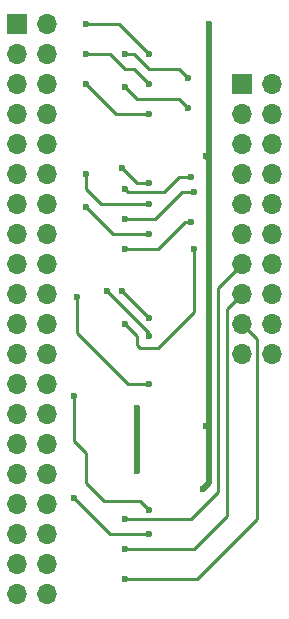
<source format=gbr>
G04 #@! TF.FileFunction,Copper,L2,Bot,Signal*
%FSLAX46Y46*%
G04 Gerber Fmt 4.6, Leading zero omitted, Abs format (unit mm)*
G04 Created by KiCad (PCBNEW 4.0.4-stable) date 12/12/17 20:39:08*
%MOMM*%
%LPD*%
G01*
G04 APERTURE LIST*
%ADD10C,0.100000*%
%ADD11R,1.700000X1.700000*%
%ADD12O,1.700000X1.700000*%
%ADD13C,0.600000*%
%ADD14C,0.508000*%
%ADD15C,0.250000*%
G04 APERTURE END LIST*
D10*
D11*
X109220000Y-83820000D03*
D12*
X111760000Y-83820000D03*
X109220000Y-86360000D03*
X111760000Y-86360000D03*
X109220000Y-88900000D03*
X111760000Y-88900000D03*
X109220000Y-91440000D03*
X111760000Y-91440000D03*
X109220000Y-93980000D03*
X111760000Y-93980000D03*
X109220000Y-96520000D03*
X111760000Y-96520000D03*
X109220000Y-99060000D03*
X111760000Y-99060000D03*
X109220000Y-101600000D03*
X111760000Y-101600000D03*
X109220000Y-104140000D03*
X111760000Y-104140000D03*
X109220000Y-106680000D03*
X111760000Y-106680000D03*
X109220000Y-109220000D03*
X111760000Y-109220000D03*
X109220000Y-111760000D03*
X111760000Y-111760000D03*
X109220000Y-114300000D03*
X111760000Y-114300000D03*
X109220000Y-116840000D03*
X111760000Y-116840000D03*
X109220000Y-119380000D03*
X111760000Y-119380000D03*
X109220000Y-121920000D03*
X111760000Y-121920000D03*
X109220000Y-124460000D03*
X111760000Y-124460000D03*
X109220000Y-127000000D03*
X111760000Y-127000000D03*
X109220000Y-129540000D03*
X111760000Y-129540000D03*
X109220000Y-132080000D03*
X111760000Y-132080000D03*
D11*
X128270000Y-88900000D03*
D12*
X130810000Y-88900000D03*
X128270000Y-91440000D03*
X130810000Y-91440000D03*
X128270000Y-93980000D03*
X130810000Y-93980000D03*
X128270000Y-96520000D03*
X130810000Y-96520000D03*
X128270000Y-99060000D03*
X130810000Y-99060000D03*
X128270000Y-101600000D03*
X130810000Y-101600000D03*
X128270000Y-104140000D03*
X130810000Y-104140000D03*
X128270000Y-106680000D03*
X130810000Y-106680000D03*
X128270000Y-109220000D03*
X130810000Y-109220000D03*
X128270000Y-111760000D03*
X130810000Y-111760000D03*
D13*
X119380000Y-121646000D03*
X119380000Y-116332000D03*
X125222000Y-117856000D03*
X125476000Y-106426000D03*
X125222000Y-94996000D03*
X124968000Y-123190000D03*
X125476000Y-83820000D03*
X118364000Y-109220000D03*
X124206000Y-102870000D03*
X123952000Y-100584000D03*
X118364000Y-102870000D03*
X124206000Y-98044000D03*
X118364000Y-100330000D03*
X123952000Y-96774000D03*
X118364000Y-97790000D03*
X120396000Y-91440000D03*
X115062000Y-88900000D03*
X123698000Y-90932000D03*
X118364000Y-89154000D03*
X120396000Y-88900000D03*
X115062000Y-86360000D03*
X118364000Y-86360000D03*
X123698000Y-88392000D03*
X120396000Y-86360000D03*
X115062000Y-83820000D03*
X118364000Y-130810000D03*
X118364000Y-128270000D03*
X118364000Y-125730000D03*
X120396000Y-114300000D03*
X114300000Y-106934000D03*
X116840000Y-106426000D03*
X120396000Y-110236000D03*
X120396000Y-108712000D03*
X118110000Y-106426000D03*
X120396000Y-127000000D03*
X114046000Y-123952000D03*
X114046000Y-115316000D03*
X120396000Y-124968000D03*
X115062000Y-99314000D03*
X120396000Y-101600000D03*
X120396000Y-99060000D03*
X115062000Y-96520000D03*
X120396000Y-97282000D03*
X118110000Y-96012000D03*
D14*
X119380000Y-116332000D02*
X119380000Y-121646000D01*
X125222000Y-117856000D02*
X125476000Y-117856000D01*
X125476000Y-95504000D02*
X125476000Y-95250000D01*
X125476000Y-95250000D02*
X125222000Y-94996000D01*
X125476000Y-122682000D02*
X125476000Y-117856000D01*
X124968000Y-123190000D02*
X125476000Y-122682000D01*
X125476000Y-117856000D02*
X125476000Y-106426000D01*
X125476000Y-106426000D02*
X125476000Y-95504000D01*
X125476000Y-95504000D02*
X125476000Y-83820000D01*
D15*
X124206000Y-108204000D02*
X124206000Y-102870000D01*
X118364000Y-109220000D02*
X119380000Y-110236000D01*
X119380000Y-110236000D02*
X119380000Y-110998000D01*
X119380000Y-110998000D02*
X119634000Y-111252000D01*
X119634000Y-111252000D02*
X121158000Y-111252000D01*
X121158000Y-111252000D02*
X124206000Y-108204000D01*
X123444000Y-100584000D02*
X123952000Y-100584000D01*
X121158000Y-102870000D02*
X123444000Y-100584000D01*
X118364000Y-102870000D02*
X121158000Y-102870000D01*
X123190000Y-98044000D02*
X124206000Y-98044000D01*
X120904000Y-100330000D02*
X123190000Y-98044000D01*
X118364000Y-100330000D02*
X120904000Y-100330000D01*
X122936000Y-96774000D02*
X123952000Y-96774000D01*
X121666000Y-98044000D02*
X122936000Y-96774000D01*
X118618000Y-98044000D02*
X121666000Y-98044000D01*
X118364000Y-97790000D02*
X118618000Y-98044000D01*
X117602000Y-91440000D02*
X120396000Y-91440000D01*
X115062000Y-88900000D02*
X117602000Y-91440000D01*
X122936000Y-90170000D02*
X123698000Y-90932000D01*
X119380000Y-90170000D02*
X122936000Y-90170000D01*
X118364000Y-89154000D02*
X119380000Y-90170000D01*
X119126000Y-87630000D02*
X120396000Y-88900000D01*
X118364000Y-87630000D02*
X119126000Y-87630000D01*
X117094000Y-86360000D02*
X118364000Y-87630000D01*
X115062000Y-86360000D02*
X117094000Y-86360000D01*
X123698000Y-88392000D02*
X122936000Y-87630000D01*
X119126000Y-86360000D02*
X118364000Y-86360000D01*
X120396000Y-87630000D02*
X119126000Y-86360000D01*
X122936000Y-87630000D02*
X120396000Y-87630000D01*
X117856000Y-83820000D02*
X120396000Y-86360000D01*
X115062000Y-83820000D02*
X117856000Y-83820000D01*
X124460000Y-130810000D02*
X129540000Y-125730000D01*
X118364000Y-130810000D02*
X124460000Y-130810000D01*
X129540000Y-110490000D02*
X128270000Y-109220000D01*
X129540000Y-125730000D02*
X129540000Y-110490000D01*
X128270000Y-106680000D02*
X127000000Y-107950000D01*
X118364000Y-128270000D02*
X123698000Y-128270000D01*
X124206000Y-128270000D02*
X123698000Y-128270000D01*
X127000000Y-125476000D02*
X124206000Y-128270000D01*
X127000000Y-123952000D02*
X127000000Y-125476000D01*
X127000000Y-123444000D02*
X127000000Y-123952000D01*
X127000000Y-109728000D02*
X127000000Y-123444000D01*
X127000000Y-107950000D02*
X127000000Y-109728000D01*
X123952000Y-125730000D02*
X126238000Y-123444000D01*
X118364000Y-125730000D02*
X123952000Y-125730000D01*
X126238000Y-106172000D02*
X128270000Y-104140000D01*
X126238000Y-123444000D02*
X126238000Y-106172000D01*
X114554000Y-110236000D02*
X118618000Y-114300000D01*
X118618000Y-114300000D02*
X120396000Y-114300000D01*
X114300000Y-109982000D02*
X114554000Y-110236000D01*
X114300000Y-109728000D02*
X114300000Y-109982000D01*
X114300000Y-106934000D02*
X114300000Y-109728000D01*
X116840000Y-106426000D02*
X120396000Y-109982000D01*
X120396000Y-109982000D02*
X120396000Y-110236000D01*
X118110000Y-106426000D02*
X120396000Y-108712000D01*
X117094000Y-127000000D02*
X120396000Y-127000000D01*
X114046000Y-123952000D02*
X117094000Y-127000000D01*
X114046000Y-119126000D02*
X114046000Y-115316000D01*
X115062000Y-120142000D02*
X114046000Y-119126000D01*
X115062000Y-122682000D02*
X115062000Y-120142000D01*
X116586000Y-124206000D02*
X115062000Y-122682000D01*
X119634000Y-124206000D02*
X116586000Y-124206000D01*
X120396000Y-124968000D02*
X119634000Y-124206000D01*
X115062000Y-99314000D02*
X117348000Y-101600000D01*
X117348000Y-101600000D02*
X120396000Y-101600000D01*
X115062000Y-97790000D02*
X115062000Y-96520000D01*
X116332000Y-99060000D02*
X120396000Y-99060000D01*
X115062000Y-97790000D02*
X116332000Y-99060000D01*
X119380000Y-97282000D02*
X120396000Y-97282000D01*
X118110000Y-96012000D02*
X119380000Y-97282000D01*
M02*

</source>
